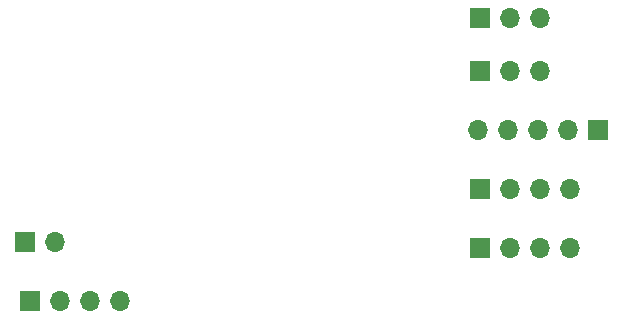
<source format=gbr>
%TF.GenerationSoftware,KiCad,Pcbnew,8.0.3*%
%TF.CreationDate,2024-07-20T13:58:35+02:00*%
%TF.ProjectId,Schematics,53636865-6d61-4746-9963-732e6b696361,rev?*%
%TF.SameCoordinates,Original*%
%TF.FileFunction,Copper,L2,Bot*%
%TF.FilePolarity,Positive*%
%FSLAX46Y46*%
G04 Gerber Fmt 4.6, Leading zero omitted, Abs format (unit mm)*
G04 Created by KiCad (PCBNEW 8.0.3) date 2024-07-20 13:58:35*
%MOMM*%
%LPD*%
G01*
G04 APERTURE LIST*
%TA.AperFunction,ComponentPad*%
%ADD10R,1.700000X1.700000*%
%TD*%
%TA.AperFunction,ComponentPad*%
%ADD11O,1.700000X1.700000*%
%TD*%
G04 APERTURE END LIST*
D10*
%TO.P,J7,1,Pin_1*%
%TO.N,+5V*%
X27420000Y-51500000D03*
D11*
%TO.P,J7,2,Pin_2*%
%TO.N,/I2S_DA*%
X29960000Y-51500000D03*
%TO.P,J7,3,Pin_3*%
%TO.N,/I2S_CL*%
X32500000Y-51500000D03*
%TO.P,J7,4,Pin_4*%
%TO.N,GND*%
X35040000Y-51500000D03*
%TD*%
D10*
%TO.P,J1,1,Pin_1*%
%TO.N,GND*%
X75500000Y-37000000D03*
D11*
%TO.P,J1,2,Pin_2*%
%TO.N,+5V*%
X72960000Y-37000000D03*
%TO.P,J1,3,Pin_3*%
%TO.N,/I2S_BCK*%
X70420000Y-37000000D03*
%TO.P,J1,4,Pin_4*%
%TO.N,/I2S_LRCK*%
X67880000Y-37000000D03*
%TO.P,J1,5,Pin_5*%
%TO.N,/I2S_DATA*%
X65340000Y-37000000D03*
%TD*%
D10*
%TO.P,J4,1,Pin_1*%
%TO.N,VCC*%
X26960000Y-46500000D03*
D11*
%TO.P,J4,2,Pin_2*%
%TO.N,GND*%
X29500000Y-46500000D03*
%TD*%
D10*
%TO.P,J3,1,Pin_1*%
%TO.N,/KNOB2_BUT*%
X65500000Y-47000000D03*
D11*
%TO.P,J3,2,Pin_2*%
%TO.N,/KNOB2_B*%
X68040000Y-47000000D03*
%TO.P,J3,3,Pin_3*%
%TO.N,/KNOB2_A*%
X70580000Y-47000000D03*
%TO.P,J3,4,Pin_4*%
%TO.N,GND*%
X73120000Y-47000000D03*
%TD*%
D10*
%TO.P,J2,1,Pin_1*%
%TO.N,/KNOB1_A*%
X65500000Y-42000000D03*
D11*
%TO.P,J2,2,Pin_2*%
%TO.N,/KNOB1_B*%
X68040000Y-42000000D03*
%TO.P,J2,3,Pin_3*%
%TO.N,/KNOB1_BUT*%
X70580000Y-42000000D03*
%TO.P,J2,4,Pin_4*%
%TO.N,GND*%
X73120000Y-42000000D03*
%TD*%
D10*
%TO.P,J5,1,Pin_1*%
%TO.N,+5V*%
X65475000Y-27500000D03*
D11*
%TO.P,J5,2,Pin_2*%
%TO.N,/LED_DATA*%
X68015000Y-27500000D03*
%TO.P,J5,3,Pin_3*%
%TO.N,GND*%
X70555000Y-27500000D03*
%TD*%
D10*
%TO.P,J6,1,Pin_1*%
%TO.N,/TX*%
X65475000Y-32000000D03*
D11*
%TO.P,J6,2,Pin_2*%
%TO.N,/RX*%
X68015000Y-32000000D03*
%TO.P,J6,3,Pin_3*%
%TO.N,GND*%
X70555000Y-32000000D03*
%TD*%
M02*

</source>
